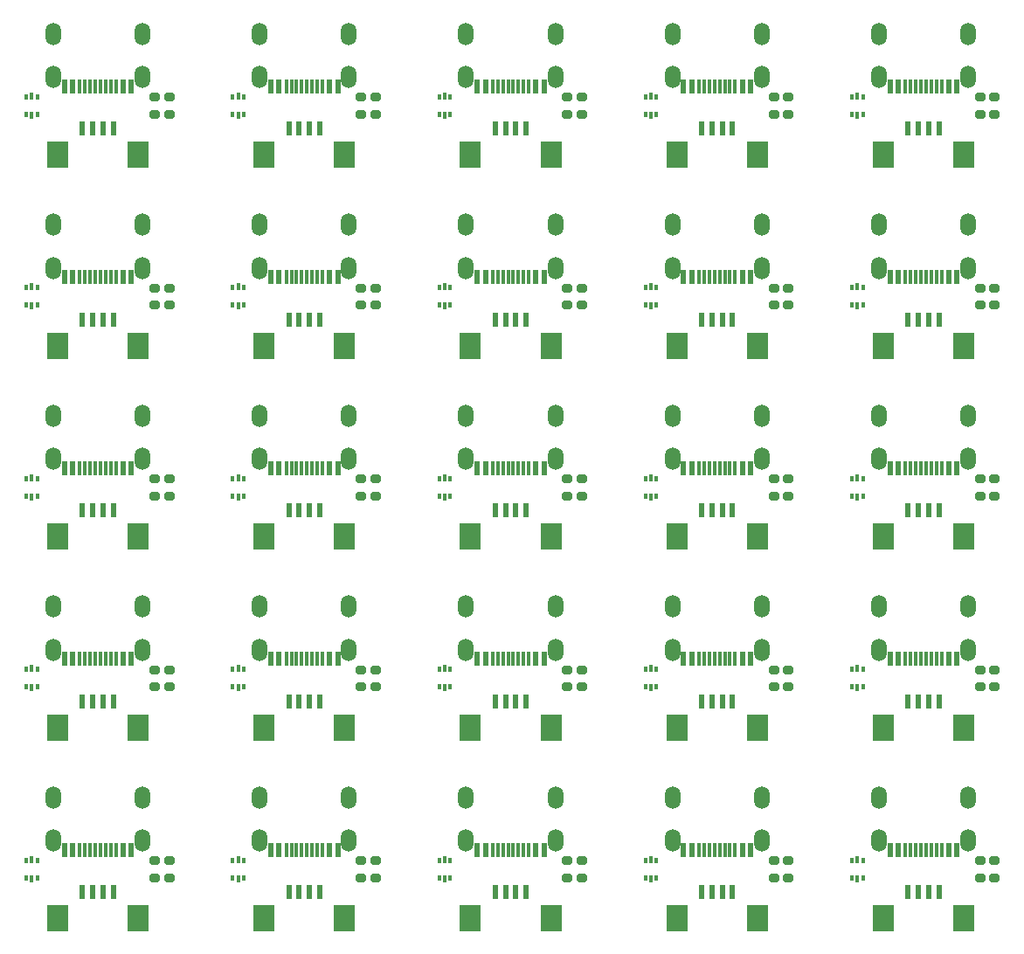
<source format=gtp>
%TF.GenerationSoftware,KiCad,Pcbnew,8.0.4*%
%TF.CreationDate,2024-09-08T15:35:45+08:00*%
%TF.ProjectId,c3-fpc-panelized_output,63332d66-7063-42d7-9061-6e656c697a65,rev?*%
%TF.SameCoordinates,PX5836c38PY1312d00*%
%TF.FileFunction,Paste,Top*%
%TF.FilePolarity,Positive*%
%FSLAX46Y46*%
G04 Gerber Fmt 4.6, Leading zero omitted, Abs format (unit mm)*
G04 Created by KiCad (PCBNEW 8.0.4) date 2024-09-08 15:35:45*
%MOMM*%
%LPD*%
G01*
G04 APERTURE LIST*
G04 Aperture macros list*
%AMRoundRect*
0 Rectangle with rounded corners*
0 $1 Rounding radius*
0 $2 $3 $4 $5 $6 $7 $8 $9 X,Y pos of 4 corners*
0 Add a 4 corners polygon primitive as box body*
4,1,4,$2,$3,$4,$5,$6,$7,$8,$9,$2,$3,0*
0 Add four circle primitives for the rounded corners*
1,1,$1+$1,$2,$3*
1,1,$1+$1,$4,$5*
1,1,$1+$1,$6,$7*
1,1,$1+$1,$8,$9*
0 Add four rect primitives between the rounded corners*
20,1,$1+$1,$2,$3,$4,$5,0*
20,1,$1+$1,$4,$5,$6,$7,0*
20,1,$1+$1,$6,$7,$8,$9,0*
20,1,$1+$1,$8,$9,$2,$3,0*%
G04 Aperture macros list end*
%ADD10R,0.375000X0.500000*%
%ADD11R,0.300000X0.650000*%
%ADD12RoundRect,0.200000X0.275000X-0.200000X0.275000X0.200000X-0.275000X0.200000X-0.275000X-0.200000X0*%
%ADD13R,0.500000X1.400000*%
%ADD14R,2.000000X2.500000*%
%ADD15R,0.600000X1.450000*%
%ADD16R,0.300000X1.450000*%
%ADD17O,1.500000X2.200000*%
%ADD18RoundRect,0.200000X-0.275000X0.200000X-0.275000X-0.200000X0.275000X-0.200000X0.275000X0.200000X0*%
G04 APERTURE END LIST*
D10*
%TO.C,U1*%
X90138500Y-8750000D03*
D11*
X89601000Y-8675000D03*
D10*
X89063500Y-8750000D03*
X89063500Y-10450000D03*
D11*
X89601000Y-10525000D03*
D10*
X90138500Y-10450000D03*
%TD*%
%TO.C,U1*%
X10138500Y-82750000D03*
D11*
X9601000Y-82675000D03*
D10*
X9063500Y-82750000D03*
X9063500Y-84450000D03*
D11*
X9601000Y-84525000D03*
D10*
X10138500Y-84450000D03*
%TD*%
%TO.C,U1*%
X90138500Y-82750000D03*
D11*
X89601000Y-82675000D03*
D10*
X89063500Y-82750000D03*
X89063500Y-84450000D03*
D11*
X89601000Y-84525000D03*
D10*
X90138500Y-84450000D03*
%TD*%
D12*
%TO.C,R1*%
X82901000Y-84425000D03*
X82901000Y-82775000D03*
%TD*%
%TO.C,R1*%
X42901000Y-84425000D03*
X42901000Y-82775000D03*
%TD*%
D10*
%TO.C,U1*%
X10138500Y-27250000D03*
D11*
X9601000Y-27175000D03*
D10*
X9063500Y-27250000D03*
X9063500Y-28950000D03*
D11*
X9601000Y-29025000D03*
D10*
X10138500Y-28950000D03*
%TD*%
D12*
%TO.C,R1*%
X102901000Y-47425000D03*
X102901000Y-45775000D03*
%TD*%
D13*
%TO.C,J2*%
X54501000Y-85850000D03*
X55501000Y-85850000D03*
X56501000Y-85850000D03*
X57501000Y-85850000D03*
D14*
X52101000Y-88375000D03*
X59901000Y-88375000D03*
%TD*%
D13*
%TO.C,J2*%
X34501000Y-30350000D03*
X35501000Y-30350000D03*
X36501000Y-30350000D03*
X37501000Y-30350000D03*
D14*
X32101000Y-32875000D03*
X39901000Y-32875000D03*
%TD*%
D15*
%TO.C,J1*%
X39251000Y-26245000D03*
X38451000Y-26245000D03*
D16*
X37251000Y-26245000D03*
X36251000Y-26245000D03*
X35751000Y-26245000D03*
X34751000Y-26245000D03*
D15*
X33551000Y-26245000D03*
X32751000Y-26245000D03*
X32751000Y-26245000D03*
X33551000Y-26245000D03*
D16*
X34251000Y-26245000D03*
X35251000Y-26245000D03*
X36751000Y-26245000D03*
X37751000Y-26245000D03*
D15*
X38451000Y-26245000D03*
X39251000Y-26245000D03*
D17*
X40321000Y-25330000D03*
X40321000Y-21150000D03*
X31681000Y-25330000D03*
X31681000Y-21150000D03*
%TD*%
D18*
%TO.C,R2*%
X61501000Y-64275000D03*
X61501000Y-65925000D03*
%TD*%
D12*
%TO.C,R1*%
X82901000Y-10425000D03*
X82901000Y-8775000D03*
%TD*%
D15*
%TO.C,J1*%
X59251000Y-81745000D03*
X58451000Y-81745000D03*
D16*
X57251000Y-81745000D03*
X56251000Y-81745000D03*
X55751000Y-81745000D03*
X54751000Y-81745000D03*
D15*
X53551000Y-81745000D03*
X52751000Y-81745000D03*
X52751000Y-81745000D03*
X53551000Y-81745000D03*
D16*
X54251000Y-81745000D03*
X55251000Y-81745000D03*
X56751000Y-81745000D03*
X57751000Y-81745000D03*
D15*
X58451000Y-81745000D03*
X59251000Y-81745000D03*
D17*
X60321000Y-80830000D03*
X60321000Y-76650000D03*
X51681000Y-80830000D03*
X51681000Y-76650000D03*
%TD*%
D18*
%TO.C,R2*%
X61501000Y-27275000D03*
X61501000Y-28925000D03*
%TD*%
D15*
%TO.C,J1*%
X99251000Y-63245000D03*
X98451000Y-63245000D03*
D16*
X97251000Y-63245000D03*
X96251000Y-63245000D03*
X95751000Y-63245000D03*
X94751000Y-63245000D03*
D15*
X93551000Y-63245000D03*
X92751000Y-63245000D03*
X92751000Y-63245000D03*
X93551000Y-63245000D03*
D16*
X94251000Y-63245000D03*
X95251000Y-63245000D03*
X96751000Y-63245000D03*
X97751000Y-63245000D03*
D15*
X98451000Y-63245000D03*
X99251000Y-63245000D03*
D17*
X100321000Y-62330000D03*
X100321000Y-58150000D03*
X91681000Y-62330000D03*
X91681000Y-58150000D03*
%TD*%
D10*
%TO.C,U1*%
X30138500Y-64250000D03*
D11*
X29601000Y-64175000D03*
D10*
X29063500Y-64250000D03*
X29063500Y-65950000D03*
D11*
X29601000Y-66025000D03*
D10*
X30138500Y-65950000D03*
%TD*%
D13*
%TO.C,J2*%
X54501000Y-67350000D03*
X55501000Y-67350000D03*
X56501000Y-67350000D03*
X57501000Y-67350000D03*
D14*
X52101000Y-69875000D03*
X59901000Y-69875000D03*
%TD*%
D18*
%TO.C,R2*%
X81501000Y-82775000D03*
X81501000Y-84425000D03*
%TD*%
D15*
%TO.C,J1*%
X39251000Y-63245000D03*
X38451000Y-63245000D03*
D16*
X37251000Y-63245000D03*
X36251000Y-63245000D03*
X35751000Y-63245000D03*
X34751000Y-63245000D03*
D15*
X33551000Y-63245000D03*
X32751000Y-63245000D03*
X32751000Y-63245000D03*
X33551000Y-63245000D03*
D16*
X34251000Y-63245000D03*
X35251000Y-63245000D03*
X36751000Y-63245000D03*
X37751000Y-63245000D03*
D15*
X38451000Y-63245000D03*
X39251000Y-63245000D03*
D17*
X40321000Y-62330000D03*
X40321000Y-58150000D03*
X31681000Y-62330000D03*
X31681000Y-58150000D03*
%TD*%
D13*
%TO.C,J2*%
X34501000Y-85850000D03*
X35501000Y-85850000D03*
X36501000Y-85850000D03*
X37501000Y-85850000D03*
D14*
X32101000Y-88375000D03*
X39901000Y-88375000D03*
%TD*%
D12*
%TO.C,R1*%
X82901000Y-28925000D03*
X82901000Y-27275000D03*
%TD*%
%TO.C,R1*%
X102901000Y-65925000D03*
X102901000Y-64275000D03*
%TD*%
D10*
%TO.C,U1*%
X70138500Y-27250000D03*
D11*
X69601000Y-27175000D03*
D10*
X69063500Y-27250000D03*
X69063500Y-28950000D03*
D11*
X69601000Y-29025000D03*
D10*
X70138500Y-28950000D03*
%TD*%
D13*
%TO.C,J2*%
X54501000Y-48850000D03*
X55501000Y-48850000D03*
X56501000Y-48850000D03*
X57501000Y-48850000D03*
D14*
X52101000Y-51375000D03*
X59901000Y-51375000D03*
%TD*%
D15*
%TO.C,J1*%
X19251000Y-26245000D03*
X18451000Y-26245000D03*
D16*
X17251000Y-26245000D03*
X16251000Y-26245000D03*
X15751000Y-26245000D03*
X14751000Y-26245000D03*
D15*
X13551000Y-26245000D03*
X12751000Y-26245000D03*
X12751000Y-26245000D03*
X13551000Y-26245000D03*
D16*
X14251000Y-26245000D03*
X15251000Y-26245000D03*
X16751000Y-26245000D03*
X17751000Y-26245000D03*
D15*
X18451000Y-26245000D03*
X19251000Y-26245000D03*
D17*
X20321000Y-25330000D03*
X20321000Y-21150000D03*
X11681000Y-25330000D03*
X11681000Y-21150000D03*
%TD*%
D12*
%TO.C,R1*%
X62901000Y-10425000D03*
X62901000Y-8775000D03*
%TD*%
D15*
%TO.C,J1*%
X99251000Y-7745000D03*
X98451000Y-7745000D03*
D16*
X97251000Y-7745000D03*
X96251000Y-7745000D03*
X95751000Y-7745000D03*
X94751000Y-7745000D03*
D15*
X93551000Y-7745000D03*
X92751000Y-7745000D03*
X92751000Y-7745000D03*
X93551000Y-7745000D03*
D16*
X94251000Y-7745000D03*
X95251000Y-7745000D03*
X96751000Y-7745000D03*
X97751000Y-7745000D03*
D15*
X98451000Y-7745000D03*
X99251000Y-7745000D03*
D17*
X100321000Y-6830000D03*
X100321000Y-2650000D03*
X91681000Y-6830000D03*
X91681000Y-2650000D03*
%TD*%
D18*
%TO.C,R2*%
X101501000Y-27275000D03*
X101501000Y-28925000D03*
%TD*%
D15*
%TO.C,J1*%
X19251000Y-81745000D03*
X18451000Y-81745000D03*
D16*
X17251000Y-81745000D03*
X16251000Y-81745000D03*
X15751000Y-81745000D03*
X14751000Y-81745000D03*
D15*
X13551000Y-81745000D03*
X12751000Y-81745000D03*
X12751000Y-81745000D03*
X13551000Y-81745000D03*
D16*
X14251000Y-81745000D03*
X15251000Y-81745000D03*
X16751000Y-81745000D03*
X17751000Y-81745000D03*
D15*
X18451000Y-81745000D03*
X19251000Y-81745000D03*
D17*
X20321000Y-80830000D03*
X20321000Y-76650000D03*
X11681000Y-80830000D03*
X11681000Y-76650000D03*
%TD*%
D15*
%TO.C,J1*%
X99251000Y-81745000D03*
X98451000Y-81745000D03*
D16*
X97251000Y-81745000D03*
X96251000Y-81745000D03*
X95751000Y-81745000D03*
X94751000Y-81745000D03*
D15*
X93551000Y-81745000D03*
X92751000Y-81745000D03*
X92751000Y-81745000D03*
X93551000Y-81745000D03*
D16*
X94251000Y-81745000D03*
X95251000Y-81745000D03*
X96751000Y-81745000D03*
X97751000Y-81745000D03*
D15*
X98451000Y-81745000D03*
X99251000Y-81745000D03*
D17*
X100321000Y-80830000D03*
X100321000Y-76650000D03*
X91681000Y-80830000D03*
X91681000Y-76650000D03*
%TD*%
D13*
%TO.C,J2*%
X34501000Y-67350000D03*
X35501000Y-67350000D03*
X36501000Y-67350000D03*
X37501000Y-67350000D03*
D14*
X32101000Y-69875000D03*
X39901000Y-69875000D03*
%TD*%
D18*
%TO.C,R2*%
X81501000Y-64275000D03*
X81501000Y-65925000D03*
%TD*%
%TO.C,R2*%
X21501000Y-45775000D03*
X21501000Y-47425000D03*
%TD*%
D13*
%TO.C,J2*%
X94501000Y-67350000D03*
X95501000Y-67350000D03*
X96501000Y-67350000D03*
X97501000Y-67350000D03*
D14*
X92101000Y-69875000D03*
X99901000Y-69875000D03*
%TD*%
D15*
%TO.C,J1*%
X79251000Y-7745000D03*
X78451000Y-7745000D03*
D16*
X77251000Y-7745000D03*
X76251000Y-7745000D03*
X75751000Y-7745000D03*
X74751000Y-7745000D03*
D15*
X73551000Y-7745000D03*
X72751000Y-7745000D03*
X72751000Y-7745000D03*
X73551000Y-7745000D03*
D16*
X74251000Y-7745000D03*
X75251000Y-7745000D03*
X76751000Y-7745000D03*
X77751000Y-7745000D03*
D15*
X78451000Y-7745000D03*
X79251000Y-7745000D03*
D17*
X80321000Y-6830000D03*
X80321000Y-2650000D03*
X71681000Y-6830000D03*
X71681000Y-2650000D03*
%TD*%
D12*
%TO.C,R1*%
X62901000Y-65925000D03*
X62901000Y-64275000D03*
%TD*%
D10*
%TO.C,U1*%
X70138500Y-8750000D03*
D11*
X69601000Y-8675000D03*
D10*
X69063500Y-8750000D03*
X69063500Y-10450000D03*
D11*
X69601000Y-10525000D03*
D10*
X70138500Y-10450000D03*
%TD*%
D15*
%TO.C,J1*%
X39251000Y-81745000D03*
X38451000Y-81745000D03*
D16*
X37251000Y-81745000D03*
X36251000Y-81745000D03*
X35751000Y-81745000D03*
X34751000Y-81745000D03*
D15*
X33551000Y-81745000D03*
X32751000Y-81745000D03*
X32751000Y-81745000D03*
X33551000Y-81745000D03*
D16*
X34251000Y-81745000D03*
X35251000Y-81745000D03*
X36751000Y-81745000D03*
X37751000Y-81745000D03*
D15*
X38451000Y-81745000D03*
X39251000Y-81745000D03*
D17*
X40321000Y-80830000D03*
X40321000Y-76650000D03*
X31681000Y-80830000D03*
X31681000Y-76650000D03*
%TD*%
D10*
%TO.C,U1*%
X30138500Y-27250000D03*
D11*
X29601000Y-27175000D03*
D10*
X29063500Y-27250000D03*
X29063500Y-28950000D03*
D11*
X29601000Y-29025000D03*
D10*
X30138500Y-28950000D03*
%TD*%
D12*
%TO.C,R1*%
X82901000Y-65925000D03*
X82901000Y-64275000D03*
%TD*%
D10*
%TO.C,U1*%
X70138500Y-64250000D03*
D11*
X69601000Y-64175000D03*
D10*
X69063500Y-64250000D03*
X69063500Y-65950000D03*
D11*
X69601000Y-66025000D03*
D10*
X70138500Y-65950000D03*
%TD*%
%TO.C,U1*%
X30138500Y-82750000D03*
D11*
X29601000Y-82675000D03*
D10*
X29063500Y-82750000D03*
X29063500Y-84450000D03*
D11*
X29601000Y-84525000D03*
D10*
X30138500Y-84450000D03*
%TD*%
D12*
%TO.C,R1*%
X22901000Y-47425000D03*
X22901000Y-45775000D03*
%TD*%
D15*
%TO.C,J1*%
X79251000Y-81745000D03*
X78451000Y-81745000D03*
D16*
X77251000Y-81745000D03*
X76251000Y-81745000D03*
X75751000Y-81745000D03*
X74751000Y-81745000D03*
D15*
X73551000Y-81745000D03*
X72751000Y-81745000D03*
X72751000Y-81745000D03*
X73551000Y-81745000D03*
D16*
X74251000Y-81745000D03*
X75251000Y-81745000D03*
X76751000Y-81745000D03*
X77751000Y-81745000D03*
D15*
X78451000Y-81745000D03*
X79251000Y-81745000D03*
D17*
X80321000Y-80830000D03*
X80321000Y-76650000D03*
X71681000Y-80830000D03*
X71681000Y-76650000D03*
%TD*%
D13*
%TO.C,J2*%
X54501000Y-30350000D03*
X55501000Y-30350000D03*
X56501000Y-30350000D03*
X57501000Y-30350000D03*
D14*
X52101000Y-32875000D03*
X59901000Y-32875000D03*
%TD*%
D15*
%TO.C,J1*%
X59251000Y-44745000D03*
X58451000Y-44745000D03*
D16*
X57251000Y-44745000D03*
X56251000Y-44745000D03*
X55751000Y-44745000D03*
X54751000Y-44745000D03*
D15*
X53551000Y-44745000D03*
X52751000Y-44745000D03*
X52751000Y-44745000D03*
X53551000Y-44745000D03*
D16*
X54251000Y-44745000D03*
X55251000Y-44745000D03*
X56751000Y-44745000D03*
X57751000Y-44745000D03*
D15*
X58451000Y-44745000D03*
X59251000Y-44745000D03*
D17*
X60321000Y-43830000D03*
X60321000Y-39650000D03*
X51681000Y-43830000D03*
X51681000Y-39650000D03*
%TD*%
D10*
%TO.C,U1*%
X30138500Y-45750000D03*
D11*
X29601000Y-45675000D03*
D10*
X29063500Y-45750000D03*
X29063500Y-47450000D03*
D11*
X29601000Y-47525000D03*
D10*
X30138500Y-47450000D03*
%TD*%
%TO.C,U1*%
X90138500Y-45750000D03*
D11*
X89601000Y-45675000D03*
D10*
X89063500Y-45750000D03*
X89063500Y-47450000D03*
D11*
X89601000Y-47525000D03*
D10*
X90138500Y-47450000D03*
%TD*%
D13*
%TO.C,J2*%
X94501000Y-48850000D03*
X95501000Y-48850000D03*
X96501000Y-48850000D03*
X97501000Y-48850000D03*
D14*
X92101000Y-51375000D03*
X99901000Y-51375000D03*
%TD*%
D10*
%TO.C,U1*%
X90138500Y-27250000D03*
D11*
X89601000Y-27175000D03*
D10*
X89063500Y-27250000D03*
X89063500Y-28950000D03*
D11*
X89601000Y-29025000D03*
D10*
X90138500Y-28950000D03*
%TD*%
D12*
%TO.C,R1*%
X42901000Y-65925000D03*
X42901000Y-64275000D03*
%TD*%
D18*
%TO.C,R2*%
X61501000Y-82775000D03*
X61501000Y-84425000D03*
%TD*%
D13*
%TO.C,J2*%
X74501000Y-67350000D03*
X75501000Y-67350000D03*
X76501000Y-67350000D03*
X77501000Y-67350000D03*
D14*
X72101000Y-69875000D03*
X79901000Y-69875000D03*
%TD*%
D13*
%TO.C,J2*%
X14501000Y-30350000D03*
X15501000Y-30350000D03*
X16501000Y-30350000D03*
X17501000Y-30350000D03*
D14*
X12101000Y-32875000D03*
X19901000Y-32875000D03*
%TD*%
D10*
%TO.C,U1*%
X50138500Y-82750000D03*
D11*
X49601000Y-82675000D03*
D10*
X49063500Y-82750000D03*
X49063500Y-84450000D03*
D11*
X49601000Y-84525000D03*
D10*
X50138500Y-84450000D03*
%TD*%
D12*
%TO.C,R1*%
X22901000Y-28925000D03*
X22901000Y-27275000D03*
%TD*%
D18*
%TO.C,R2*%
X81501000Y-45775000D03*
X81501000Y-47425000D03*
%TD*%
D12*
%TO.C,R1*%
X22901000Y-65925000D03*
X22901000Y-64275000D03*
%TD*%
D18*
%TO.C,R2*%
X21501000Y-8775000D03*
X21501000Y-10425000D03*
%TD*%
D15*
%TO.C,J1*%
X79251000Y-63245000D03*
X78451000Y-63245000D03*
D16*
X77251000Y-63245000D03*
X76251000Y-63245000D03*
X75751000Y-63245000D03*
X74751000Y-63245000D03*
D15*
X73551000Y-63245000D03*
X72751000Y-63245000D03*
X72751000Y-63245000D03*
X73551000Y-63245000D03*
D16*
X74251000Y-63245000D03*
X75251000Y-63245000D03*
X76751000Y-63245000D03*
X77751000Y-63245000D03*
D15*
X78451000Y-63245000D03*
X79251000Y-63245000D03*
D17*
X80321000Y-62330000D03*
X80321000Y-58150000D03*
X71681000Y-62330000D03*
X71681000Y-58150000D03*
%TD*%
D18*
%TO.C,R2*%
X21501000Y-27275000D03*
X21501000Y-28925000D03*
%TD*%
%TO.C,R2*%
X61501000Y-8775000D03*
X61501000Y-10425000D03*
%TD*%
D15*
%TO.C,J1*%
X59251000Y-63245000D03*
X58451000Y-63245000D03*
D16*
X57251000Y-63245000D03*
X56251000Y-63245000D03*
X55751000Y-63245000D03*
X54751000Y-63245000D03*
D15*
X53551000Y-63245000D03*
X52751000Y-63245000D03*
X52751000Y-63245000D03*
X53551000Y-63245000D03*
D16*
X54251000Y-63245000D03*
X55251000Y-63245000D03*
X56751000Y-63245000D03*
X57751000Y-63245000D03*
D15*
X58451000Y-63245000D03*
X59251000Y-63245000D03*
D17*
X60321000Y-62330000D03*
X60321000Y-58150000D03*
X51681000Y-62330000D03*
X51681000Y-58150000D03*
%TD*%
D15*
%TO.C,J1*%
X39251000Y-7745000D03*
X38451000Y-7745000D03*
D16*
X37251000Y-7745000D03*
X36251000Y-7745000D03*
X35751000Y-7745000D03*
X34751000Y-7745000D03*
D15*
X33551000Y-7745000D03*
X32751000Y-7745000D03*
X32751000Y-7745000D03*
X33551000Y-7745000D03*
D16*
X34251000Y-7745000D03*
X35251000Y-7745000D03*
X36751000Y-7745000D03*
X37751000Y-7745000D03*
D15*
X38451000Y-7745000D03*
X39251000Y-7745000D03*
D17*
X40321000Y-6830000D03*
X40321000Y-2650000D03*
X31681000Y-6830000D03*
X31681000Y-2650000D03*
%TD*%
D12*
%TO.C,R1*%
X62901000Y-47425000D03*
X62901000Y-45775000D03*
%TD*%
D15*
%TO.C,J1*%
X99251000Y-44745000D03*
X98451000Y-44745000D03*
D16*
X97251000Y-44745000D03*
X96251000Y-44745000D03*
X95751000Y-44745000D03*
X94751000Y-44745000D03*
D15*
X93551000Y-44745000D03*
X92751000Y-44745000D03*
X92751000Y-44745000D03*
X93551000Y-44745000D03*
D16*
X94251000Y-44745000D03*
X95251000Y-44745000D03*
X96751000Y-44745000D03*
X97751000Y-44745000D03*
D15*
X98451000Y-44745000D03*
X99251000Y-44745000D03*
D17*
X100321000Y-43830000D03*
X100321000Y-39650000D03*
X91681000Y-43830000D03*
X91681000Y-39650000D03*
%TD*%
D18*
%TO.C,R2*%
X41501000Y-82775000D03*
X41501000Y-84425000D03*
%TD*%
D13*
%TO.C,J2*%
X74501000Y-85850000D03*
X75501000Y-85850000D03*
X76501000Y-85850000D03*
X77501000Y-85850000D03*
D14*
X72101000Y-88375000D03*
X79901000Y-88375000D03*
%TD*%
D13*
%TO.C,J2*%
X74501000Y-30350000D03*
X75501000Y-30350000D03*
X76501000Y-30350000D03*
X77501000Y-30350000D03*
D14*
X72101000Y-32875000D03*
X79901000Y-32875000D03*
%TD*%
D10*
%TO.C,U1*%
X90138500Y-64250000D03*
D11*
X89601000Y-64175000D03*
D10*
X89063500Y-64250000D03*
X89063500Y-65950000D03*
D11*
X89601000Y-66025000D03*
D10*
X90138500Y-65950000D03*
%TD*%
D15*
%TO.C,J1*%
X19251000Y-7745000D03*
X18451000Y-7745000D03*
D16*
X17251000Y-7745000D03*
X16251000Y-7745000D03*
X15751000Y-7745000D03*
X14751000Y-7745000D03*
D15*
X13551000Y-7745000D03*
X12751000Y-7745000D03*
X12751000Y-7745000D03*
X13551000Y-7745000D03*
D16*
X14251000Y-7745000D03*
X15251000Y-7745000D03*
X16751000Y-7745000D03*
X17751000Y-7745000D03*
D15*
X18451000Y-7745000D03*
X19251000Y-7745000D03*
D17*
X20321000Y-6830000D03*
X20321000Y-2650000D03*
X11681000Y-6830000D03*
X11681000Y-2650000D03*
%TD*%
D10*
%TO.C,U1*%
X30138500Y-8750000D03*
D11*
X29601000Y-8675000D03*
D10*
X29063500Y-8750000D03*
X29063500Y-10450000D03*
D11*
X29601000Y-10525000D03*
D10*
X30138500Y-10450000D03*
%TD*%
D13*
%TO.C,J2*%
X14501000Y-67350000D03*
X15501000Y-67350000D03*
X16501000Y-67350000D03*
X17501000Y-67350000D03*
D14*
X12101000Y-69875000D03*
X19901000Y-69875000D03*
%TD*%
D10*
%TO.C,U1*%
X10138500Y-45750000D03*
D11*
X9601000Y-45675000D03*
D10*
X9063500Y-45750000D03*
X9063500Y-47450000D03*
D11*
X9601000Y-47525000D03*
D10*
X10138500Y-47450000D03*
%TD*%
D18*
%TO.C,R2*%
X101501000Y-82775000D03*
X101501000Y-84425000D03*
%TD*%
%TO.C,R2*%
X21501000Y-64275000D03*
X21501000Y-65925000D03*
%TD*%
%TO.C,R2*%
X81501000Y-8775000D03*
X81501000Y-10425000D03*
%TD*%
D10*
%TO.C,U1*%
X50138500Y-64250000D03*
D11*
X49601000Y-64175000D03*
D10*
X49063500Y-64250000D03*
X49063500Y-65950000D03*
D11*
X49601000Y-66025000D03*
D10*
X50138500Y-65950000D03*
%TD*%
D13*
%TO.C,J2*%
X94501000Y-11850000D03*
X95501000Y-11850000D03*
X96501000Y-11850000D03*
X97501000Y-11850000D03*
D14*
X92101000Y-14375000D03*
X99901000Y-14375000D03*
%TD*%
D12*
%TO.C,R1*%
X42901000Y-47425000D03*
X42901000Y-45775000D03*
%TD*%
D13*
%TO.C,J2*%
X34501000Y-48850000D03*
X35501000Y-48850000D03*
X36501000Y-48850000D03*
X37501000Y-48850000D03*
D14*
X32101000Y-51375000D03*
X39901000Y-51375000D03*
%TD*%
D15*
%TO.C,J1*%
X59251000Y-26245000D03*
X58451000Y-26245000D03*
D16*
X57251000Y-26245000D03*
X56251000Y-26245000D03*
X55751000Y-26245000D03*
X54751000Y-26245000D03*
D15*
X53551000Y-26245000D03*
X52751000Y-26245000D03*
X52751000Y-26245000D03*
X53551000Y-26245000D03*
D16*
X54251000Y-26245000D03*
X55251000Y-26245000D03*
X56751000Y-26245000D03*
X57751000Y-26245000D03*
D15*
X58451000Y-26245000D03*
X59251000Y-26245000D03*
D17*
X60321000Y-25330000D03*
X60321000Y-21150000D03*
X51681000Y-25330000D03*
X51681000Y-21150000D03*
%TD*%
D15*
%TO.C,J1*%
X99251000Y-26245000D03*
X98451000Y-26245000D03*
D16*
X97251000Y-26245000D03*
X96251000Y-26245000D03*
X95751000Y-26245000D03*
X94751000Y-26245000D03*
D15*
X93551000Y-26245000D03*
X92751000Y-26245000D03*
X92751000Y-26245000D03*
X93551000Y-26245000D03*
D16*
X94251000Y-26245000D03*
X95251000Y-26245000D03*
X96751000Y-26245000D03*
X97751000Y-26245000D03*
D15*
X98451000Y-26245000D03*
X99251000Y-26245000D03*
D17*
X100321000Y-25330000D03*
X100321000Y-21150000D03*
X91681000Y-25330000D03*
X91681000Y-21150000D03*
%TD*%
D10*
%TO.C,U1*%
X10138500Y-64250000D03*
D11*
X9601000Y-64175000D03*
D10*
X9063500Y-64250000D03*
X9063500Y-65950000D03*
D11*
X9601000Y-66025000D03*
D10*
X10138500Y-65950000D03*
%TD*%
D15*
%TO.C,J1*%
X39251000Y-44745000D03*
X38451000Y-44745000D03*
D16*
X37251000Y-44745000D03*
X36251000Y-44745000D03*
X35751000Y-44745000D03*
X34751000Y-44745000D03*
D15*
X33551000Y-44745000D03*
X32751000Y-44745000D03*
X32751000Y-44745000D03*
X33551000Y-44745000D03*
D16*
X34251000Y-44745000D03*
X35251000Y-44745000D03*
X36751000Y-44745000D03*
X37751000Y-44745000D03*
D15*
X38451000Y-44745000D03*
X39251000Y-44745000D03*
D17*
X40321000Y-43830000D03*
X40321000Y-39650000D03*
X31681000Y-43830000D03*
X31681000Y-39650000D03*
%TD*%
D10*
%TO.C,U1*%
X10138500Y-8750000D03*
D11*
X9601000Y-8675000D03*
D10*
X9063500Y-8750000D03*
X9063500Y-10450000D03*
D11*
X9601000Y-10525000D03*
D10*
X10138500Y-10450000D03*
%TD*%
D13*
%TO.C,J2*%
X14501000Y-85850000D03*
X15501000Y-85850000D03*
X16501000Y-85850000D03*
X17501000Y-85850000D03*
D14*
X12101000Y-88375000D03*
X19901000Y-88375000D03*
%TD*%
D10*
%TO.C,U1*%
X70138500Y-82750000D03*
D11*
X69601000Y-82675000D03*
D10*
X69063500Y-82750000D03*
X69063500Y-84450000D03*
D11*
X69601000Y-84525000D03*
D10*
X70138500Y-84450000D03*
%TD*%
D15*
%TO.C,J1*%
X19251000Y-63245000D03*
X18451000Y-63245000D03*
D16*
X17251000Y-63245000D03*
X16251000Y-63245000D03*
X15751000Y-63245000D03*
X14751000Y-63245000D03*
D15*
X13551000Y-63245000D03*
X12751000Y-63245000D03*
X12751000Y-63245000D03*
X13551000Y-63245000D03*
D16*
X14251000Y-63245000D03*
X15251000Y-63245000D03*
X16751000Y-63245000D03*
X17751000Y-63245000D03*
D15*
X18451000Y-63245000D03*
X19251000Y-63245000D03*
D17*
X20321000Y-62330000D03*
X20321000Y-58150000D03*
X11681000Y-62330000D03*
X11681000Y-58150000D03*
%TD*%
D18*
%TO.C,R2*%
X81501000Y-27275000D03*
X81501000Y-28925000D03*
%TD*%
D12*
%TO.C,R1*%
X22901000Y-10425000D03*
X22901000Y-8775000D03*
%TD*%
%TO.C,R1*%
X22901000Y-84425000D03*
X22901000Y-82775000D03*
%TD*%
D13*
%TO.C,J2*%
X14501000Y-48850000D03*
X15501000Y-48850000D03*
X16501000Y-48850000D03*
X17501000Y-48850000D03*
D14*
X12101000Y-51375000D03*
X19901000Y-51375000D03*
%TD*%
D18*
%TO.C,R2*%
X101501000Y-45775000D03*
X101501000Y-47425000D03*
%TD*%
D13*
%TO.C,J2*%
X14501000Y-11850000D03*
X15501000Y-11850000D03*
X16501000Y-11850000D03*
X17501000Y-11850000D03*
D14*
X12101000Y-14375000D03*
X19901000Y-14375000D03*
%TD*%
D12*
%TO.C,R1*%
X102901000Y-10425000D03*
X102901000Y-8775000D03*
%TD*%
D13*
%TO.C,J2*%
X54501000Y-11850000D03*
X55501000Y-11850000D03*
X56501000Y-11850000D03*
X57501000Y-11850000D03*
D14*
X52101000Y-14375000D03*
X59901000Y-14375000D03*
%TD*%
D18*
%TO.C,R2*%
X101501000Y-8775000D03*
X101501000Y-10425000D03*
%TD*%
D12*
%TO.C,R1*%
X42901000Y-10425000D03*
X42901000Y-8775000D03*
%TD*%
D15*
%TO.C,J1*%
X79251000Y-26245000D03*
X78451000Y-26245000D03*
D16*
X77251000Y-26245000D03*
X76251000Y-26245000D03*
X75751000Y-26245000D03*
X74751000Y-26245000D03*
D15*
X73551000Y-26245000D03*
X72751000Y-26245000D03*
X72751000Y-26245000D03*
X73551000Y-26245000D03*
D16*
X74251000Y-26245000D03*
X75251000Y-26245000D03*
X76751000Y-26245000D03*
X77751000Y-26245000D03*
D15*
X78451000Y-26245000D03*
X79251000Y-26245000D03*
D17*
X80321000Y-25330000D03*
X80321000Y-21150000D03*
X71681000Y-25330000D03*
X71681000Y-21150000D03*
%TD*%
D10*
%TO.C,U1*%
X50138500Y-8750000D03*
D11*
X49601000Y-8675000D03*
D10*
X49063500Y-8750000D03*
X49063500Y-10450000D03*
D11*
X49601000Y-10525000D03*
D10*
X50138500Y-10450000D03*
%TD*%
D13*
%TO.C,J2*%
X74501000Y-11850000D03*
X75501000Y-11850000D03*
X76501000Y-11850000D03*
X77501000Y-11850000D03*
D14*
X72101000Y-14375000D03*
X79901000Y-14375000D03*
%TD*%
D10*
%TO.C,U1*%
X70138500Y-45750000D03*
D11*
X69601000Y-45675000D03*
D10*
X69063500Y-45750000D03*
X69063500Y-47450000D03*
D11*
X69601000Y-47525000D03*
D10*
X70138500Y-47450000D03*
%TD*%
D18*
%TO.C,R2*%
X101501000Y-64275000D03*
X101501000Y-65925000D03*
%TD*%
D12*
%TO.C,R1*%
X62901000Y-84425000D03*
X62901000Y-82775000D03*
%TD*%
D13*
%TO.C,J2*%
X74501000Y-48850000D03*
X75501000Y-48850000D03*
X76501000Y-48850000D03*
X77501000Y-48850000D03*
D14*
X72101000Y-51375000D03*
X79901000Y-51375000D03*
%TD*%
D18*
%TO.C,R2*%
X41501000Y-8775000D03*
X41501000Y-10425000D03*
%TD*%
D12*
%TO.C,R1*%
X62901000Y-28925000D03*
X62901000Y-27275000D03*
%TD*%
%TO.C,R1*%
X102901000Y-28925000D03*
X102901000Y-27275000D03*
%TD*%
D18*
%TO.C,R2*%
X21501000Y-82775000D03*
X21501000Y-84425000D03*
%TD*%
D13*
%TO.C,J2*%
X94501000Y-30350000D03*
X95501000Y-30350000D03*
X96501000Y-30350000D03*
X97501000Y-30350000D03*
D14*
X92101000Y-32875000D03*
X99901000Y-32875000D03*
%TD*%
D10*
%TO.C,U1*%
X50138500Y-27250000D03*
D11*
X49601000Y-27175000D03*
D10*
X49063500Y-27250000D03*
X49063500Y-28950000D03*
D11*
X49601000Y-29025000D03*
D10*
X50138500Y-28950000D03*
%TD*%
D13*
%TO.C,J2*%
X34501000Y-11850000D03*
X35501000Y-11850000D03*
X36501000Y-11850000D03*
X37501000Y-11850000D03*
D14*
X32101000Y-14375000D03*
X39901000Y-14375000D03*
%TD*%
D15*
%TO.C,J1*%
X19251000Y-44745000D03*
X18451000Y-44745000D03*
D16*
X17251000Y-44745000D03*
X16251000Y-44745000D03*
X15751000Y-44745000D03*
X14751000Y-44745000D03*
D15*
X13551000Y-44745000D03*
X12751000Y-44745000D03*
X12751000Y-44745000D03*
X13551000Y-44745000D03*
D16*
X14251000Y-44745000D03*
X15251000Y-44745000D03*
X16751000Y-44745000D03*
X17751000Y-44745000D03*
D15*
X18451000Y-44745000D03*
X19251000Y-44745000D03*
D17*
X20321000Y-43830000D03*
X20321000Y-39650000D03*
X11681000Y-43830000D03*
X11681000Y-39650000D03*
%TD*%
D13*
%TO.C,J2*%
X94501000Y-85850000D03*
X95501000Y-85850000D03*
X96501000Y-85850000D03*
X97501000Y-85850000D03*
D14*
X92101000Y-88375000D03*
X99901000Y-88375000D03*
%TD*%
D18*
%TO.C,R2*%
X41501000Y-45775000D03*
X41501000Y-47425000D03*
%TD*%
%TO.C,R2*%
X41501000Y-64275000D03*
X41501000Y-65925000D03*
%TD*%
%TO.C,R2*%
X61501000Y-45775000D03*
X61501000Y-47425000D03*
%TD*%
D12*
%TO.C,R1*%
X102901000Y-84425000D03*
X102901000Y-82775000D03*
%TD*%
D15*
%TO.C,J1*%
X59251000Y-7745000D03*
X58451000Y-7745000D03*
D16*
X57251000Y-7745000D03*
X56251000Y-7745000D03*
X55751000Y-7745000D03*
X54751000Y-7745000D03*
D15*
X53551000Y-7745000D03*
X52751000Y-7745000D03*
X52751000Y-7745000D03*
X53551000Y-7745000D03*
D16*
X54251000Y-7745000D03*
X55251000Y-7745000D03*
X56751000Y-7745000D03*
X57751000Y-7745000D03*
D15*
X58451000Y-7745000D03*
X59251000Y-7745000D03*
D17*
X60321000Y-6830000D03*
X60321000Y-2650000D03*
X51681000Y-6830000D03*
X51681000Y-2650000D03*
%TD*%
D15*
%TO.C,J1*%
X79251000Y-44745000D03*
X78451000Y-44745000D03*
D16*
X77251000Y-44745000D03*
X76251000Y-44745000D03*
X75751000Y-44745000D03*
X74751000Y-44745000D03*
D15*
X73551000Y-44745000D03*
X72751000Y-44745000D03*
X72751000Y-44745000D03*
X73551000Y-44745000D03*
D16*
X74251000Y-44745000D03*
X75251000Y-44745000D03*
X76751000Y-44745000D03*
X77751000Y-44745000D03*
D15*
X78451000Y-44745000D03*
X79251000Y-44745000D03*
D17*
X80321000Y-43830000D03*
X80321000Y-39650000D03*
X71681000Y-43830000D03*
X71681000Y-39650000D03*
%TD*%
D18*
%TO.C,R2*%
X41501000Y-27275000D03*
X41501000Y-28925000D03*
%TD*%
D12*
%TO.C,R1*%
X42901000Y-28925000D03*
X42901000Y-27275000D03*
%TD*%
D10*
%TO.C,U1*%
X50138500Y-45750000D03*
D11*
X49601000Y-45675000D03*
D10*
X49063500Y-45750000D03*
X49063500Y-47450000D03*
D11*
X49601000Y-47525000D03*
D10*
X50138500Y-47450000D03*
%TD*%
D12*
%TO.C,R1*%
X82901000Y-47425000D03*
X82901000Y-45775000D03*
%TD*%
M02*

</source>
